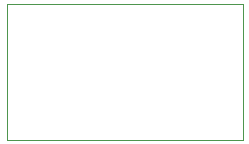
<source format=gbr>
%TF.GenerationSoftware,KiCad,Pcbnew,7.0.8*%
%TF.CreationDate,2024-04-25T12:22:59+02:00*%
%TF.ProjectId,Sterowniki silnik_w,53746572-6f77-46e6-996b-692073696c6e,rev?*%
%TF.SameCoordinates,Original*%
%TF.FileFunction,Profile,NP*%
%FSLAX46Y46*%
G04 Gerber Fmt 4.6, Leading zero omitted, Abs format (unit mm)*
G04 Created by KiCad (PCBNEW 7.0.8) date 2024-04-25 12:22:59*
%MOMM*%
%LPD*%
G01*
G04 APERTURE LIST*
%TA.AperFunction,Profile*%
%ADD10C,0.100000*%
%TD*%
G04 APERTURE END LIST*
D10*
X41500000Y-25250000D02*
X61500000Y-25250000D01*
X61500000Y-36750000D01*
X41500000Y-36750000D01*
X41500000Y-25250000D01*
M02*

</source>
